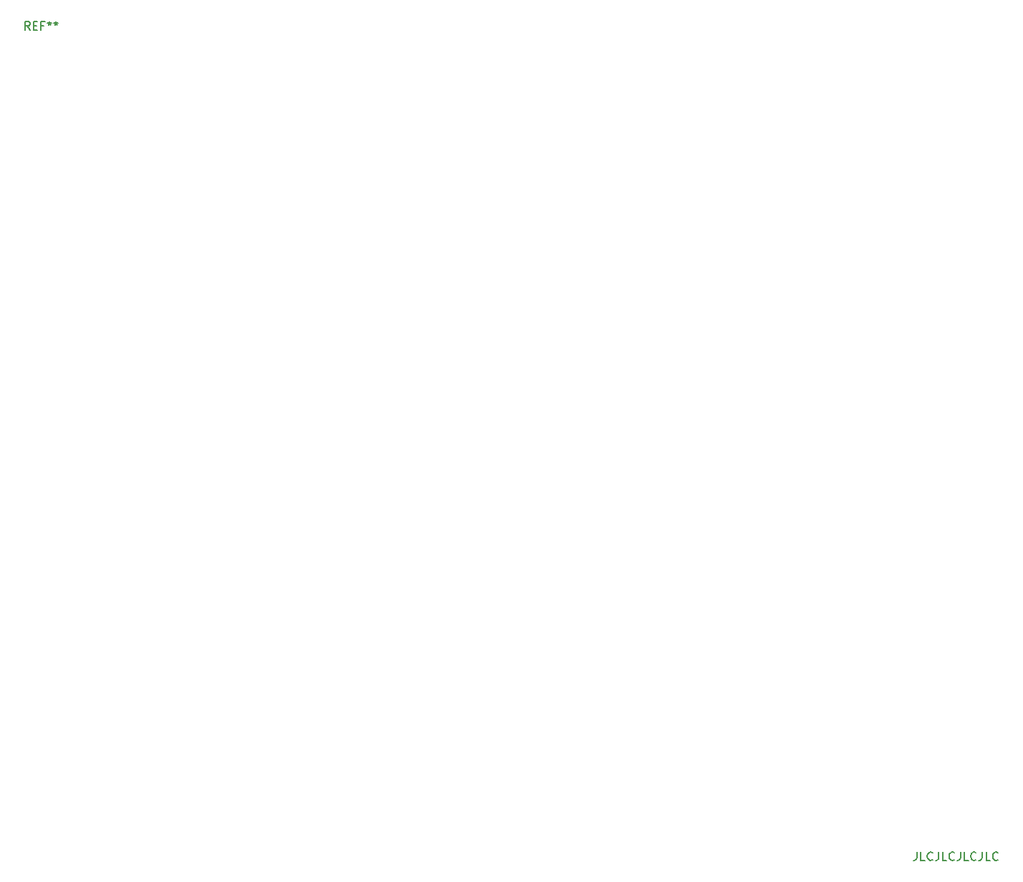
<source format=gto>
G04 #@! TF.GenerationSoftware,KiCad,Pcbnew,(6.0.6-0)*
G04 #@! TF.CreationDate,2023-02-10T21:58:15+09:00*
G04 #@! TF.ProjectId,bottom-plate,626f7474-6f6d-42d7-906c-6174652e6b69,rev?*
G04 #@! TF.SameCoordinates,Original*
G04 #@! TF.FileFunction,Legend,Top*
G04 #@! TF.FilePolarity,Positive*
%FSLAX46Y46*%
G04 Gerber Fmt 4.6, Leading zero omitted, Abs format (unit mm)*
G04 Created by KiCad (PCBNEW (6.0.6-0)) date 2023-02-10 21:58:15*
%MOMM*%
%LPD*%
G01*
G04 APERTURE LIST*
%ADD10C,0.150000*%
%ADD11C,2.200000*%
%ADD12C,3.200000*%
G04 APERTURE END LIST*
D10*
X124080952Y-114671180D02*
X124080952Y-115385466D01*
X124033333Y-115528323D01*
X123938095Y-115623561D01*
X123795238Y-115671180D01*
X123700000Y-115671180D01*
X125033333Y-115671180D02*
X124557142Y-115671180D01*
X124557142Y-114671180D01*
X125938095Y-115575942D02*
X125890476Y-115623561D01*
X125747619Y-115671180D01*
X125652380Y-115671180D01*
X125509523Y-115623561D01*
X125414285Y-115528323D01*
X125366666Y-115433085D01*
X125319047Y-115242609D01*
X125319047Y-115099752D01*
X125366666Y-114909276D01*
X125414285Y-114814038D01*
X125509523Y-114718800D01*
X125652380Y-114671180D01*
X125747619Y-114671180D01*
X125890476Y-114718800D01*
X125938095Y-114766419D01*
X126652380Y-114671180D02*
X126652380Y-115385466D01*
X126604761Y-115528323D01*
X126509523Y-115623561D01*
X126366666Y-115671180D01*
X126271428Y-115671180D01*
X127604761Y-115671180D02*
X127128571Y-115671180D01*
X127128571Y-114671180D01*
X128509523Y-115575942D02*
X128461904Y-115623561D01*
X128319047Y-115671180D01*
X128223809Y-115671180D01*
X128080952Y-115623561D01*
X127985714Y-115528323D01*
X127938095Y-115433085D01*
X127890476Y-115242609D01*
X127890476Y-115099752D01*
X127938095Y-114909276D01*
X127985714Y-114814038D01*
X128080952Y-114718800D01*
X128223809Y-114671180D01*
X128319047Y-114671180D01*
X128461904Y-114718800D01*
X128509523Y-114766419D01*
X129223809Y-114671180D02*
X129223809Y-115385466D01*
X129176190Y-115528323D01*
X129080952Y-115623561D01*
X128938095Y-115671180D01*
X128842857Y-115671180D01*
X130176190Y-115671180D02*
X129700000Y-115671180D01*
X129700000Y-114671180D01*
X131080952Y-115575942D02*
X131033333Y-115623561D01*
X130890476Y-115671180D01*
X130795238Y-115671180D01*
X130652380Y-115623561D01*
X130557142Y-115528323D01*
X130509523Y-115433085D01*
X130461904Y-115242609D01*
X130461904Y-115099752D01*
X130509523Y-114909276D01*
X130557142Y-114814038D01*
X130652380Y-114718800D01*
X130795238Y-114671180D01*
X130890476Y-114671180D01*
X131033333Y-114718800D01*
X131080952Y-114766419D01*
X131795238Y-114671180D02*
X131795238Y-115385466D01*
X131747619Y-115528323D01*
X131652380Y-115623561D01*
X131509523Y-115671180D01*
X131414285Y-115671180D01*
X132747619Y-115671180D02*
X132271428Y-115671180D01*
X132271428Y-114671180D01*
X133652380Y-115575942D02*
X133604761Y-115623561D01*
X133461904Y-115671180D01*
X133366666Y-115671180D01*
X133223809Y-115623561D01*
X133128571Y-115528323D01*
X133080952Y-115433085D01*
X133033333Y-115242609D01*
X133033333Y-115099752D01*
X133080952Y-114909276D01*
X133128571Y-114814038D01*
X133223809Y-114718800D01*
X133366666Y-114671180D01*
X133461904Y-114671180D01*
X133604761Y-114718800D01*
X133652380Y-114766419D01*
X19166666Y-17452380D02*
X18833333Y-16976190D01*
X18595238Y-17452380D02*
X18595238Y-16452380D01*
X18976190Y-16452380D01*
X19071428Y-16500000D01*
X19119047Y-16547619D01*
X19166666Y-16642857D01*
X19166666Y-16785714D01*
X19119047Y-16880952D01*
X19071428Y-16928571D01*
X18976190Y-16976190D01*
X18595238Y-16976190D01*
X19595238Y-16928571D02*
X19928571Y-16928571D01*
X20071428Y-17452380D02*
X19595238Y-17452380D01*
X19595238Y-16452380D01*
X20071428Y-16452380D01*
X20833333Y-16928571D02*
X20500000Y-16928571D01*
X20500000Y-17452380D02*
X20500000Y-16452380D01*
X20976190Y-16452380D01*
X21500000Y-16452380D02*
X21500000Y-16690476D01*
X21261904Y-16595238D02*
X21500000Y-16690476D01*
X21738095Y-16595238D01*
X21357142Y-16880952D02*
X21500000Y-16690476D01*
X21642857Y-16880952D01*
X22261904Y-16452380D02*
X22261904Y-16690476D01*
X22023809Y-16595238D02*
X22261904Y-16690476D01*
X22500000Y-16595238D01*
X22119047Y-16880952D02*
X22261904Y-16690476D01*
X22404761Y-16880952D01*
%LPC*%
D11*
X21550000Y-76200000D03*
X138125000Y-21550000D03*
X100000000Y-130850000D03*
D12*
X285700000Y-37300000D03*
D11*
X302300000Y-76200000D03*
D12*
X285700000Y-115500000D03*
D11*
X27475000Y-105525000D03*
X38100000Y-30300000D03*
X285700000Y-126400000D03*
X54900000Y-73000000D03*
X38100000Y-126400000D03*
X285700000Y-30300000D03*
D12*
X38100000Y-115500000D03*
D11*
X223800000Y-21550000D03*
X219100000Y-130850000D03*
D12*
X38100000Y-37300000D03*
M02*

</source>
